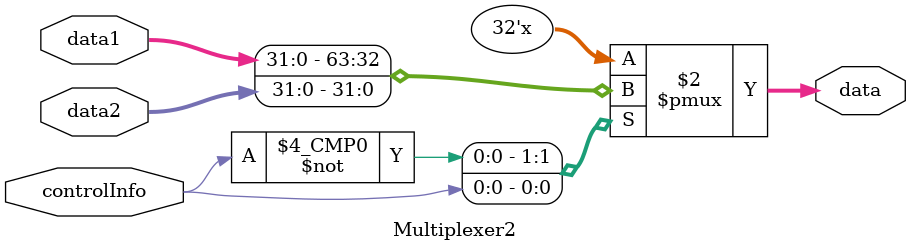
<source format=v>
`timescale 1ns / 1ps


module Multiplexer2(
    input controlInfo,
    input [31:0]data1,
    input [31:0]data2,
    output reg[31:0]data
    );

    always@(controlInfo or data1 or data2) begin
        case(controlInfo)
            1'b0: begin
                data<=data1;
                $display("WB-data1: %h", data1);
            end
            1'b1: begin 
                data<=data2;
                $display("WB-data2: %h", data2);
            end
        endcase
    end
endmodule

</source>
